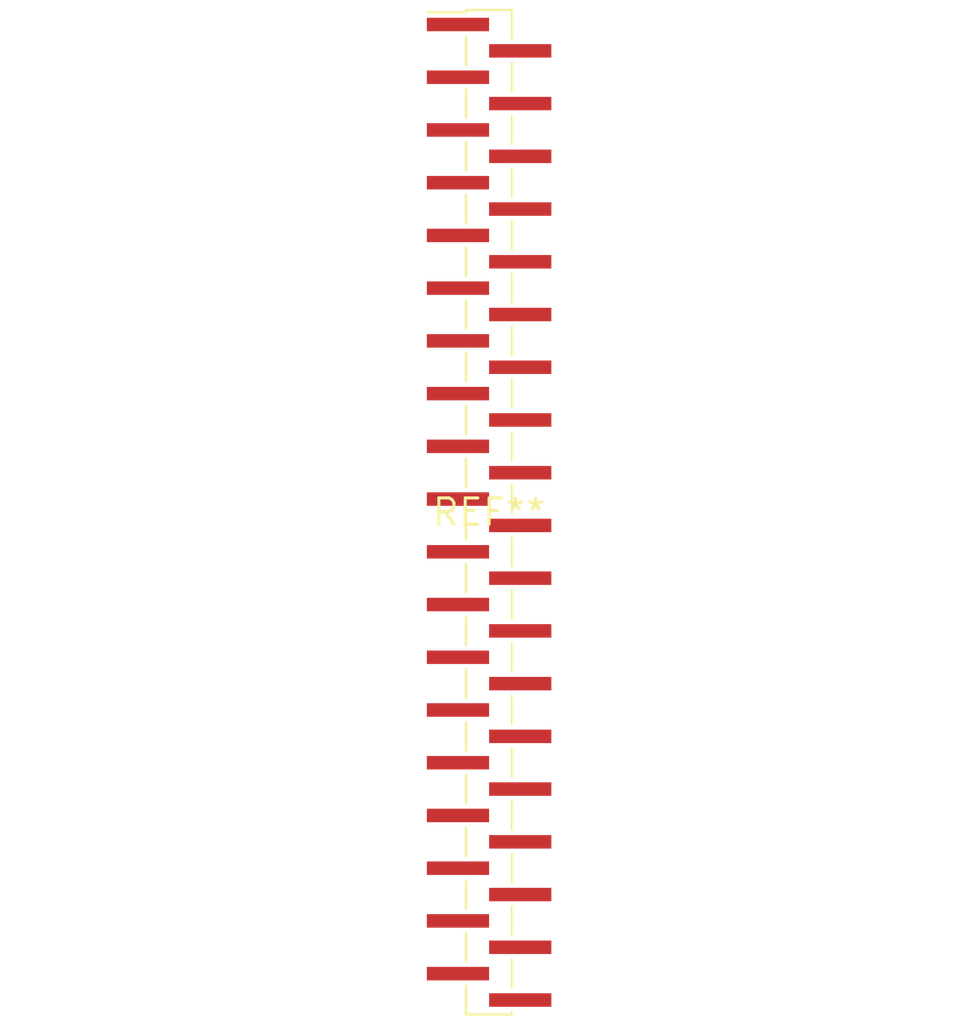
<source format=kicad_pcb>
(kicad_pcb (version 20240108) (generator pcbnew)
  (layers (0 "F.Cu" signal) (31 "B.Cu" signal) (34 "B.Paste" user) (35 "F.Paste" user) (36 "B.SilkS" user "B.Silkscreen") (37 "F.SilkS" user "F.Silkscreen") (38 "B.Mask" user) (39 "F.Mask" user) (44 "Edge.Cuts" user))
  (net 0 "")
  (footprint "PinHeader_1x38_P1.27mm_Vertical_SMD_Pin1Left" (layer "F.Cu") (at 0 0)
    (property "Reference" "REF**")
    (property "Value" "PinHeader_1x38_P1.27mm_Vertical_SMD_Pin1Left")
    (fp_line (start -1.11 -24.19) (end -1.11 -24.08) (layer "F.SilkS") (stroke (width 0.12)))
    (fp_line (start -1.11 -24.19) (end 1.11 -24.19) (layer "F.SilkS") (stroke (width 0.12)))
    (fp_line (start -1.11 -24.08) (end -2.94 -24.08) (layer "F.SilkS") (stroke (width 0.12)))
    (fp_line (start -1.11 -22.91) (end -1.11 -21.54) (layer "F.SilkS") (stroke (width 0.12)))
    (fp_line (start -1.11 -20.37) (end -1.11 -19) (layer "F.SilkS") (stroke (width 0.12)))
    (fp_line (start -1.11 -17.83) (end -1.11 -16.46) (layer "F.SilkS") (stroke (width 0.12)))
    (fp_line (start -1.11 -15.29) (end -1.11 -13.92) (layer "F.SilkS") (stroke (width 0.12)))
    (fp_line (start -1.11 -12.75) (end -1.11 -11.38) (layer "F.SilkS") (stroke (width 0.12)))
    (fp_line (start -1.11 -10.21) (end -1.11 -8.84) (layer "F.SilkS") (stroke (width 0.12)))
    (fp_line (start -1.11 -7.67) (end -1.11 -6.3) (layer "F.SilkS") (stroke (width 0.12)))
    (fp_line (start -1.11 -5.13) (end -1.11 -3.76) (layer "F.SilkS") (stroke (width 0.12)))
    (fp_line (start -1.11 -2.59) (end -1.11 -1.22) (layer "F.SilkS") (stroke (width 0.12)))
    (fp_line (start -1.11 -0.05) (end -1.11 1.32) (layer "F.SilkS") (stroke (width 0.12)))
    (fp_line (start -1.11 2.49) (end -1.11 3.86) (layer "F.SilkS") (stroke (width 0.12)))
    (fp_line (start -1.11 5.03) (end -1.11 6.4) (layer "F.SilkS") (stroke (width 0.12)))
    (fp_line (start -1.11 7.57) (end -1.11 8.94) (layer "F.SilkS") (stroke (width 0.12)))
    (fp_line (start -1.11 10.11) (end -1.11 11.48) (layer "F.SilkS") (stroke (width 0.12)))
    (fp_line (start -1.11 12.65) (end -1.11 14.02) (layer "F.SilkS") (stroke (width 0.12)))
    (fp_line (start -1.11 15.19) (end -1.11 16.56) (layer "F.SilkS") (stroke (width 0.12)))
    (fp_line (start -1.11 17.73) (end -1.11 19.1) (layer "F.SilkS") (stroke (width 0.12)))
    (fp_line (start -1.11 20.27) (end -1.11 21.64) (layer "F.SilkS") (stroke (width 0.12)))
    (fp_line (start -1.11 22.81) (end -1.11 24.18) (layer "F.SilkS") (stroke (width 0.12)))
    (fp_line (start -1.11 24.19) (end 1.11 24.19) (layer "F.SilkS") (stroke (width 0.12)))
    (fp_line (start 1.11 -24.18) (end 1.11 -22.81) (layer "F.SilkS") (stroke (width 0.12)))
    (fp_line (start 1.11 -21.64) (end 1.11 -20.27) (layer "F.SilkS") (stroke (width 0.12)))
    (fp_line (start 1.11 -19.1) (end 1.11 -17.73) (layer "F.SilkS") (stroke (width 0.12)))
    (fp_line (start 1.11 -16.56) (end 1.11 -15.19) (layer "F.SilkS") (stroke (width 0.12)))
    (fp_line (start 1.11 -14.02) (end 1.11 -12.65) (layer "F.SilkS") (stroke (width 0.12)))
    (fp_line (start 1.11 -11.48) (end 1.11 -10.11) (layer "F.SilkS") (stroke (width 0.12)))
    (fp_line (start 1.11 -8.94) (end 1.11 -7.57) (layer "F.SilkS") (stroke (width 0.12)))
    (fp_line (start 1.11 -6.4) (end 1.11 -5.03) (layer "F.SilkS") (stroke (width 0.12)))
    (fp_line (start 1.11 -3.86) (end 1.11 -2.49) (layer "F.SilkS") (stroke (width 0.12)))
    (fp_line (start 1.11 -1.32) (end 1.11 0.05) (layer "F.SilkS") (stroke (width 0.12)))
    (fp_line (start 1.11 1.22) (end 1.11 2.59) (layer "F.SilkS") (stroke (width 0.12)))
    (fp_line (start 1.11 3.76) (end 1.11 5.13) (layer "F.SilkS") (stroke (width 0.12)))
    (fp_line (start 1.11 6.3) (end 1.11 7.67) (layer "F.SilkS") (stroke (width 0.12)))
    (fp_line (start 1.11 8.84) (end 1.11 10.21) (layer "F.SilkS") (stroke (width 0.12)))
    (fp_line (start 1.11 11.38) (end 1.11 12.75) (layer "F.SilkS") (stroke (width 0.12)))
    (fp_line (start 1.11 13.92) (end 1.11 15.29) (layer "F.SilkS") (stroke (width 0.12)))
    (fp_line (start 1.11 16.46) (end 1.11 17.83) (layer "F.SilkS") (stroke (width 0.12)))
    (fp_line (start 1.11 19) (end 1.11 20.37) (layer "F.SilkS") (stroke (width 0.12)))
    (fp_line (start 1.11 21.54) (end 1.11 22.91) (layer "F.SilkS") (stroke (width 0.12)))
    (fp_line (start 1.11 24.08) (end 1.11 24.19) (layer "F.SilkS") (stroke (width 0.12)))
    (pad "1" smd rect (at -1.5 -23.495) (size 3 0.65) (layers "F.Cu" "F.Paste" "F.Mask"))
    (pad "2" smd rect (at 1.5 -22.225) (size 3 0.65) (layers "F.Cu" "F.Paste" "F.Mask"))
    (pad "3" smd rect (at -1.5 -20.955) (size 3 0.65) (layers "F.Cu" "F.Paste" "F.Mask"))
    (pad "4" smd rect (at 1.5 -19.685) (size 3 0.65) (layers "F.Cu" "F.Paste" "F.Mask"))
    (pad "5" smd rect (at -1.5 -18.415) (size 3 0.65) (layers "F.Cu" "F.Paste" "F.Mask"))
    (pad "6" smd rect (at 1.5 -17.145) (size 3 0.65) (layers "F.Cu" "F.Paste" "F.Mask"))
    (pad "7" smd rect (at -1.5 -15.875) (size 3 0.65) (layers "F.Cu" "F.Paste" "F.Mask"))
    (pad "8" smd rect (at 1.5 -14.605) (size 3 0.65) (layers "F.Cu" "F.Paste" "F.Mask"))
    (pad "9" smd rect (at -1.5 -13.335) (size 3 0.65) (layers "F.Cu" "F.Paste" "F.Mask"))
    (pad "10" smd rect (at 1.5 -12.065) (size 3 0.65) (layers "F.Cu" "F.Paste" "F.Mask"))
    (pad "11" smd rect (at -1.5 -10.795) (size 3 0.65) (layers "F.Cu" "F.Paste" "F.Mask"))
    (pad "12" smd rect (at 1.5 -9.525) (size 3 0.65) (layers "F.Cu" "F.Paste" "F.Mask"))
    (pad "13" smd rect (at -1.5 -8.255) (size 3 0.65) (layers "F.Cu" "F.Paste" "F.Mask"))
    (pad "14" smd rect (at 1.5 -6.985) (size 3 0.65) (layers "F.Cu" "F.Paste" "F.Mask"))
    (pad "15" smd rect (at -1.5 -5.715) (size 3 0.65) (layers "F.Cu" "F.Paste" "F.Mask"))
    (pad "16" smd rect (at 1.5 -4.445) (size 3 0.65) (layers "F.Cu" "F.Paste" "F.Mask"))
    (pad "17" smd rect (at -1.5 -3.175) (size 3 0.65) (layers "F.Cu" "F.Paste" "F.Mask"))
    (pad "18" smd rect (at 1.5 -1.905) (size 3 0.65) (layers "F.Cu" "F.Paste" "F.Mask"))
    (pad "19" smd rect (at -1.5 -0.635) (size 3 0.65) (layers "F.Cu" "F.Paste" "F.Mask"))
    (pad "20" smd rect (at 1.5 0.635) (size 3 0.65) (layers "F.Cu" "F.Paste" "F.Mask"))
    (pad "21" smd rect (at -1.5 1.905) (size 3 0.65) (layers "F.Cu" "F.Paste" "F.Mask"))
    (pad "22" smd rect (at 1.5 3.175) (size 3 0.65) (layers "F.Cu" "F.Paste" "F.Mask"))
    (pad "23" smd rect (at -1.5 4.445) (size 3 0.65) (layers "F.Cu" "F.Paste" "F.Mask"))
    (pad "24" smd rect (at 1.5 5.715) (size 3 0.65) (layers "F.Cu" "F.Paste" "F.Mask"))
    (pad "25" smd rect (at -1.5 6.985) (size 3 0.65) (layers "F.Cu" "F.Paste" "F.Mask"))
    (pad "26" smd rect (at 1.5 8.255) (size 3 0.65) (layers "F.Cu" "F.Paste" "F.Mask"))
    (pad "27" smd rect (at -1.5 9.525) (size 3 0.65) (layers "F.Cu" "F.Paste" "F.Mask"))
    (pad "28" smd rect (at 1.5 10.795) (size 3 0.65) (layers "F.Cu" "F.Paste" "F.Mask"))
    (pad "29" smd rect (at -1.5 12.065) (size 3 0.65) (layers "F.Cu" "F.Paste" "F.Mask"))
    (pad "30" smd rect (at 1.5 13.335) (size 3 0.65) (layers "F.Cu" "F.Paste" "F.Mask"))
    (pad "31" smd rect (at -1.5 14.605) (size 3 0.65) (layers "F.Cu" "F.Paste" "F.Mask"))
    (pad "32" smd rect (at 1.5 15.875) (size 3 0.65) (layers "F.Cu" "F.Paste" "F.Mask"))
    (pad "33" smd rect (at -1.5 17.145) (size 3 0.65) (layers "F.Cu" "F.Paste" "F.Mask"))
    (pad "34" smd rect (at 1.5 18.415) (size 3 0.65) (layers "F.Cu" "F.Paste" "F.Mask"))
    (pad "35" smd rect (at -1.5 19.685) (size 3 0.65) (layers "F.Cu" "F.Paste" "F.Mask"))
    (pad "36" smd rect (at 1.5 20.955) (size 3 0.65) (layers "F.Cu" "F.Paste" "F.Mask"))
    (pad "37" smd rect (at -1.5 22.225) (size 3 0.65) (layers "F.Cu" "F.Paste" "F.Mask"))
    (pad "38" smd rect (at 1.5 23.495) (size 3 0.65) (layers "F.Cu" "F.Paste" "F.Mask"))
  )
)
</source>
